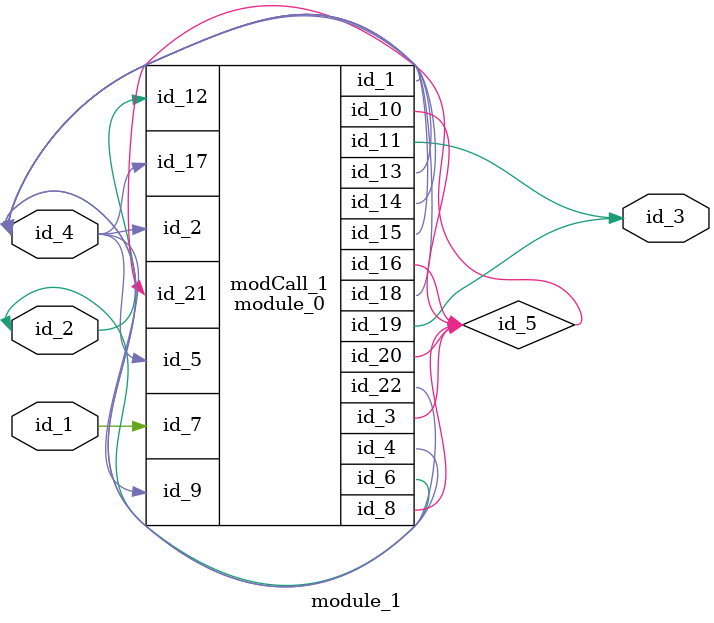
<source format=v>
module module_0 (
    id_1,
    id_2,
    id_3,
    id_4,
    id_5,
    id_6,
    id_7,
    id_8,
    id_9,
    id_10,
    id_11,
    id_12,
    id_13,
    id_14,
    id_15,
    id_16,
    id_17,
    id_18,
    id_19,
    id_20,
    id_21,
    id_22
);
  inout wire id_22;
  input wire id_21;
  output wire id_20;
  output wire id_19;
  inout wire id_18;
  input wire id_17;
  inout wire id_16;
  inout wire id_15;
  inout wire id_14;
  inout wire id_13;
  input wire id_12;
  output wire id_11;
  inout wire id_10;
  input wire id_9;
  output wire id_8;
  input wire id_7;
  inout wire id_6;
  input wire id_5;
  inout wire id_4;
  inout wire id_3;
  input wire id_2;
  inout wire id_1;
  assign id_10 = id_6 ? $realtime : id_2 | id_5 | $realtime ? id_22 : id_3;
  wire id_23;
endmodule
module module_1 (
    id_1,
    id_2,
    id_3,
    id_4
);
  inout wire id_4;
  output wire id_3;
  inout wire id_2;
  input wire id_1;
  wire id_5;
  module_0 modCall_1 (
      id_4,
      id_4,
      id_5,
      id_4,
      id_4,
      id_2,
      id_1,
      id_5,
      id_4,
      id_5,
      id_3,
      id_2,
      id_4,
      id_4,
      id_4,
      id_5,
      id_4,
      id_4,
      id_3,
      id_5,
      id_5,
      id_4
  );
  wire id_6;
endmodule

</source>
